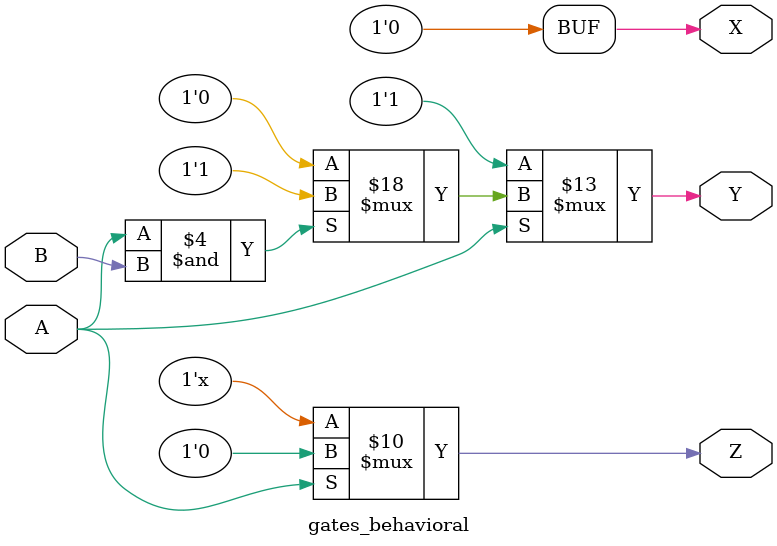
<source format=v>
`timescale 1ns / 1ps
module gates_behavioral(output reg Y,X,Z, input A, B);
always @ (A or B) begin
    if (A == 1'b1 & B == 1'b1) begin
        Y = 1'b1;
    end
    else 
        Y = 1'b0; 
		  
    if (A == 1'b0 & B == 1'b0) begin
        X = 1'b0;
    end
    else 
        X = 1'b0;
		  
    if (A == 1'b1) begin
        Z = 1'b0;
    end
    else 
        Y = 1'b1; 
end 		  
endmodule

</source>
